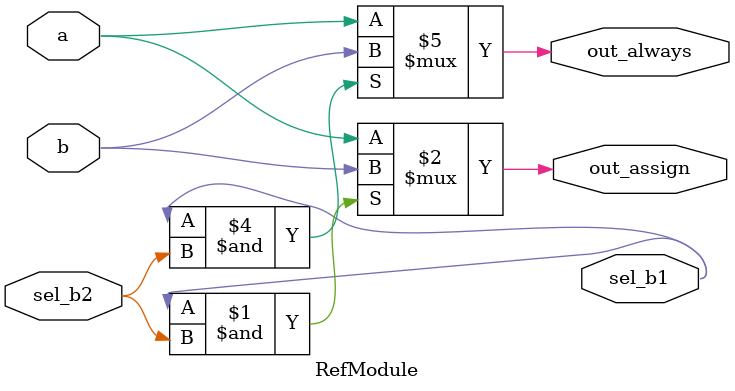
<source format=sv>

module RefModule (
  input a,
  input b,
  output sel_b1,
  input sel_b2,
  output out_assign,
  output reg out_always
);

  assign out_assign = (sel_b1 & sel_b2) ? b : a;
  always @(*) out_always = (sel_b1 & sel_b2) ? b : a;

endmodule


</source>
